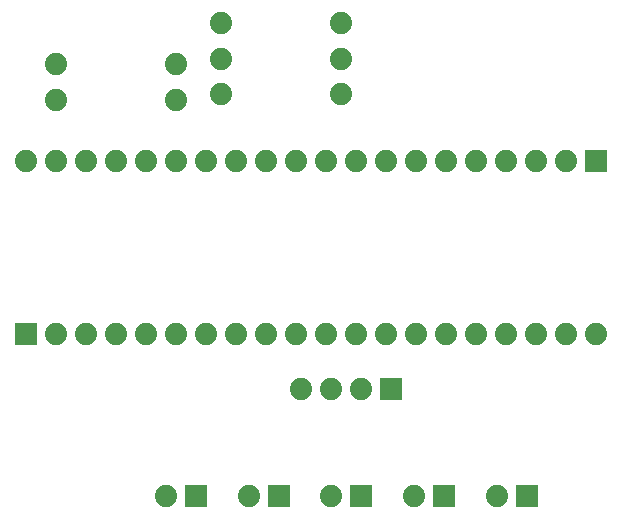
<source format=gbl>
G04 Layer: BottomLayer*
G04 EasyEDA v6.5.22, 2024-05-03 18:12:45*
G04 Gerber Generator version 0.2*
G04 Scale: 100 percent, Rotated: No, Reflected: No *
G04 Dimensions in millimeters *
G04 leading zeros omitted , absolute positions ,4 integer and 5 decimal *
%FSLAX45Y45*%
%MOMM*%

%ADD10R,1.8800X1.8800*%
%ADD11C,1.8800*%

%LPD*%
D10*
G01*
X2880995Y-1199997D03*
D11*
G01*
X2626995Y-1199997D03*
G01*
X2372995Y-1199997D03*
G01*
X2118995Y-1199997D03*
D10*
G01*
X4026992Y-2099995D03*
D11*
G01*
X3772992Y-2099995D03*
D10*
G01*
X3326993Y-2099995D03*
D11*
G01*
X3072993Y-2099995D03*
D10*
G01*
X2626995Y-2099995D03*
D11*
G01*
X2372995Y-2099995D03*
D10*
G01*
X1926996Y-2099995D03*
D11*
G01*
X1672996Y-2099995D03*
D10*
G01*
X1226997Y-2099995D03*
D11*
G01*
X972997Y-2099995D03*
G01*
X4612995Y-732993D03*
G01*
X4358995Y-732993D03*
G01*
X4104995Y-732993D03*
G01*
X3850995Y-732993D03*
G01*
X3596995Y-732993D03*
G01*
X3342995Y-732993D03*
G01*
X3088995Y-732993D03*
G01*
X2834995Y-732993D03*
G01*
X2580995Y-732993D03*
G01*
X2326995Y-732993D03*
G01*
X2072995Y-732993D03*
G01*
X1818995Y-732993D03*
G01*
X1564995Y-732993D03*
G01*
X1310995Y-732993D03*
G01*
X1056995Y-732993D03*
G01*
X802995Y-732993D03*
G01*
X548995Y-732993D03*
G01*
X294995Y-732993D03*
G01*
X40995Y-732993D03*
D10*
G01*
X-213004Y-732993D03*
D11*
G01*
X-213004Y732993D03*
G01*
X40995Y732993D03*
G01*
X294995Y732993D03*
G01*
X548995Y732993D03*
G01*
X802995Y732993D03*
G01*
X1056995Y732993D03*
G01*
X1310995Y732993D03*
G01*
X1564995Y732993D03*
G01*
X1818995Y732993D03*
G01*
X2072995Y732993D03*
G01*
X2326995Y732993D03*
G01*
X2580995Y732993D03*
G01*
X2834995Y732993D03*
G01*
X3088995Y732993D03*
G01*
X3342995Y732993D03*
G01*
X3596995Y732993D03*
G01*
X3850995Y732993D03*
G01*
X4104995Y732993D03*
G01*
X4358995Y732993D03*
D10*
G01*
X4612995Y732993D03*
D11*
G01*
X42011Y1549984D03*
G01*
X1058011Y1549984D03*
G01*
X1442008Y1299997D03*
G01*
X2458008Y1299997D03*
G01*
X1442008Y1599996D03*
G01*
X2458008Y1599996D03*
G01*
X1442008Y1899996D03*
G01*
X2458008Y1899996D03*
G01*
X42011Y1249984D03*
G01*
X1058011Y1249984D03*
M02*

</source>
